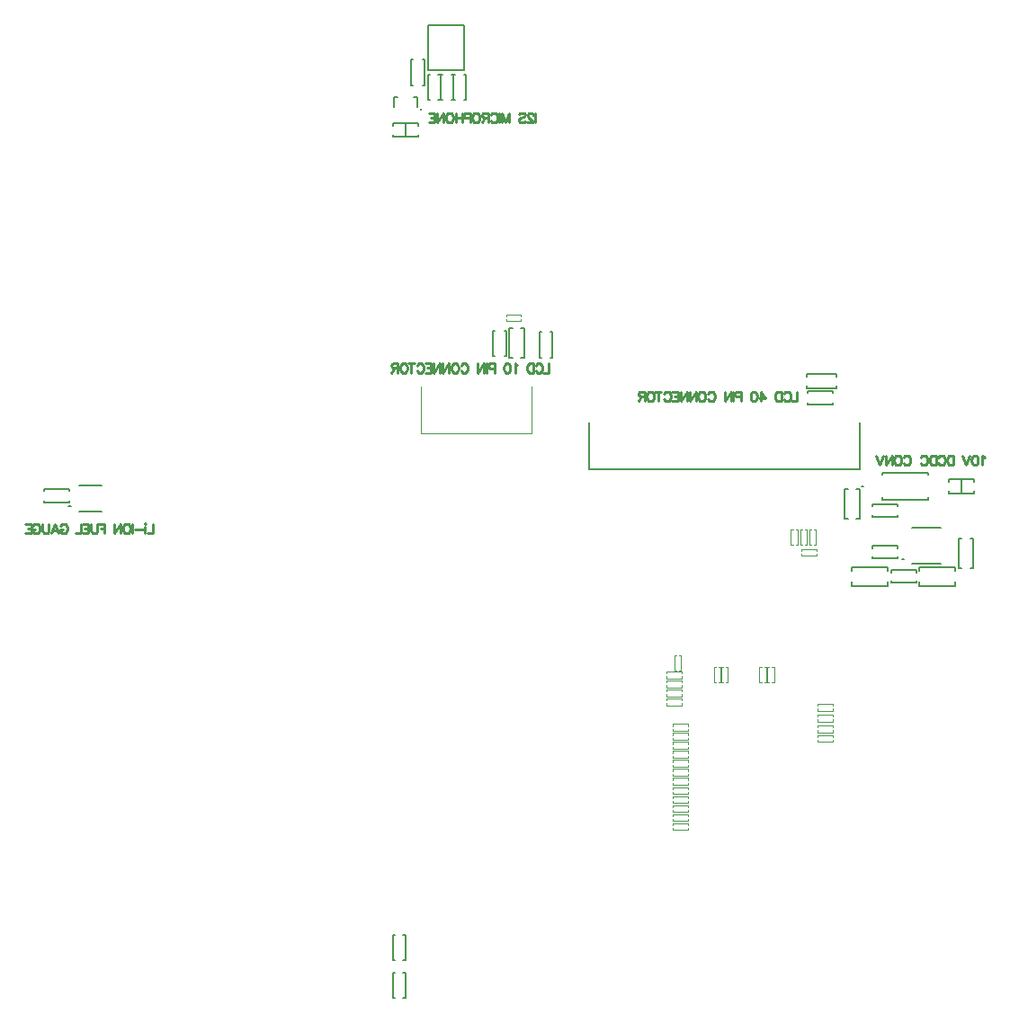
<source format=gbo>
G04*
G04 #@! TF.GenerationSoftware,Altium Limited,Altium Designer,20.2.5 (213)*
G04*
G04 Layer_Color=32896*
%FSLAX25Y25*%
%MOIN*%
G70*
G04*
G04 #@! TF.SameCoordinates,0EDA941F-9717-4D80-9818-445CF3A130AC*
G04*
G04*
G04 #@! TF.FilePolarity,Positive*
G04*
G01*
G75*
%ADD10C,0.00984*%
%ADD11C,0.00787*%
%ADD14C,0.00394*%
%ADD16C,0.00591*%
%ADD17C,0.00500*%
%ADD19C,0.00900*%
D10*
X899612Y887031D02*
D03*
D11*
X1063646Y747500D02*
X1062858D01*
X1063646D01*
X1078614Y720579D02*
X1077827D01*
X1078614D01*
X769858Y739965D02*
X769071D01*
X769858D01*
X1062201Y753709D02*
Y771032D01*
X962083Y753709D02*
X1062201D01*
X962083D02*
Y771032D01*
X1104685Y744744D02*
Y745925D01*
X1095236Y744744D02*
X1104685D01*
X1095236D02*
Y745925D01*
X1099961Y744744D02*
Y750256D01*
X1095236Y749075D02*
Y750256D01*
X1104685D01*
Y749075D02*
Y750256D01*
X889669Y888213D02*
Y891658D01*
X891047D01*
X898331Y888213D02*
Y891658D01*
X896953D02*
X898331D01*
D14*
X998476Y651862D02*
Y652650D01*
X992965D02*
X998476D01*
X992965Y651862D02*
Y652650D01*
Y650091D02*
Y650878D01*
Y650091D02*
X998476D01*
Y650878D01*
Y648520D02*
Y649307D01*
X992965D02*
X998476D01*
X992965Y648520D02*
Y649307D01*
Y646748D02*
Y647535D01*
Y646748D02*
X998476D01*
Y647535D01*
X1038492Y731363D02*
X1039279D01*
Y725851D02*
Y731363D01*
X1038492Y725851D02*
X1039279D01*
X1036720D02*
X1037508D01*
X1036720D02*
Y731363D01*
X1037508D01*
X998476Y628465D02*
Y629252D01*
X992965D02*
X998476D01*
X992965Y628465D02*
Y629252D01*
Y626693D02*
Y627480D01*
Y626693D02*
X998476D01*
Y627480D01*
X993500Y684756D02*
X994287D01*
X993500Y679244D02*
Y684756D01*
Y679244D02*
X994287D01*
X995272D02*
X996059D01*
Y684756D01*
X995272D02*
X996059D01*
X990744Y666193D02*
Y666980D01*
Y666193D02*
X996256D01*
Y666980D01*
Y667965D02*
Y668752D01*
X990744D02*
X996256D01*
X990744Y667965D02*
Y668752D01*
X1040123Y731363D02*
X1040910D01*
X1040123Y725851D02*
Y731363D01*
Y725851D02*
X1040910D01*
X1041894D02*
X1042682D01*
Y731363D01*
X1041894D02*
X1042682D01*
X1045296D02*
X1046084D01*
Y725851D02*
Y731363D01*
X1045296Y725851D02*
X1046084D01*
X1043525D02*
X1044312D01*
X1043525D02*
Y731363D01*
X1044312D01*
X1046256Y721721D02*
Y722508D01*
X1040744Y721721D02*
X1046256D01*
X1040744D02*
Y722508D01*
Y723492D02*
Y724279D01*
X1046256D01*
Y723492D02*
Y724279D01*
X931244Y808720D02*
Y809508D01*
Y808720D02*
X936756D01*
Y809508D01*
Y810492D02*
Y811279D01*
X931244D02*
X936756D01*
X931244Y810492D02*
Y811279D01*
X940532Y767248D02*
Y784571D01*
X899469Y767248D02*
X940532D01*
X899469D02*
Y784571D01*
X1012492Y680375D02*
X1013280D01*
Y674863D02*
Y680375D01*
X1012492Y674863D02*
X1013280D01*
X1010720D02*
X1011508D01*
X1010720D02*
Y680375D01*
X1011508D01*
X1009992D02*
X1010779D01*
Y674863D02*
Y680375D01*
X1009992Y674863D02*
X1010779D01*
X1008220D02*
X1009008D01*
X1008220D02*
Y680375D01*
X1009008D01*
X998476Y656776D02*
Y657563D01*
X992965Y656776D02*
X998476D01*
X992965D02*
Y657563D01*
Y658547D02*
Y659335D01*
X998476D01*
Y658547D02*
Y659335D01*
Y653433D02*
Y654220D01*
X992965Y653433D02*
X998476D01*
X992965D02*
Y654220D01*
Y655205D02*
Y655992D01*
X998476D01*
Y655205D02*
Y655992D01*
X1026789Y680370D02*
X1027576D01*
Y674858D02*
Y680370D01*
X1026789Y674858D02*
X1027576D01*
X1025017D02*
X1025804D01*
X1025017D02*
Y680370D01*
X1025804D01*
X1029750Y680375D02*
X1030537D01*
Y674863D02*
Y680375D01*
X1029750Y674863D02*
X1030537D01*
X1027978D02*
X1028766D01*
X1027978D02*
Y680375D01*
X1028766D01*
X990744Y674650D02*
Y675437D01*
X996256D01*
Y674650D02*
Y675437D01*
Y672878D02*
Y673665D01*
X990744Y672878D02*
X996256D01*
X990744D02*
Y673665D01*
Y671307D02*
Y672094D01*
X996256D01*
Y671307D02*
Y672094D01*
Y669535D02*
Y670323D01*
X990744Y669535D02*
X996256D01*
X990744D02*
Y670323D01*
Y677992D02*
Y678780D01*
X996256D01*
Y677992D02*
Y678780D01*
Y676221D02*
Y677008D01*
X990744Y676221D02*
X996256D01*
X990744D02*
Y677008D01*
X998476Y643405D02*
Y644193D01*
X992965Y643405D02*
X998476D01*
X992965D02*
Y644193D01*
Y645177D02*
Y645965D01*
X998476D01*
Y645177D02*
Y645965D01*
Y630035D02*
Y630823D01*
X992965Y630035D02*
X998476D01*
X992965D02*
Y630823D01*
Y631807D02*
Y632594D01*
X998476D01*
Y631807D02*
Y632594D01*
Y633378D02*
Y634165D01*
X992965Y633378D02*
X998476D01*
X992965D02*
Y634165D01*
Y635150D02*
Y635937D01*
X998476D01*
Y635150D02*
Y635937D01*
Y636721D02*
Y637508D01*
X992965Y636721D02*
X998476D01*
X992965D02*
Y637508D01*
Y638492D02*
Y639280D01*
X998476D01*
Y638492D02*
Y639280D01*
Y640063D02*
Y640850D01*
X992965Y640063D02*
X998476D01*
X992965D02*
Y640850D01*
Y641835D02*
Y642622D01*
X998476D01*
Y641835D02*
Y642622D01*
Y620008D02*
Y620795D01*
X992965Y620008D02*
X998476D01*
X992965D02*
Y620795D01*
Y621779D02*
Y622567D01*
X998476D01*
Y621779D02*
Y622567D01*
Y623350D02*
Y624138D01*
X992965Y623350D02*
X998476D01*
X992965D02*
Y624138D01*
Y625122D02*
Y625910D01*
X998476D01*
Y625122D02*
Y625910D01*
X1046744Y661992D02*
Y662780D01*
X1052256D01*
Y661992D02*
Y662780D01*
Y660220D02*
Y661008D01*
X1046744Y660220D02*
X1052256D01*
X1046744D02*
Y661008D01*
Y657992D02*
Y658779D01*
X1052256D01*
Y657992D02*
Y658779D01*
Y656220D02*
Y657008D01*
X1046744Y656220D02*
X1052256D01*
X1046744D02*
Y657008D01*
Y654492D02*
Y655279D01*
X1052256D01*
Y654492D02*
Y655279D01*
Y652720D02*
Y653508D01*
X1046744Y652720D02*
X1052256D01*
X1046744D02*
Y653508D01*
Y665992D02*
Y666780D01*
X1052256D01*
Y665992D02*
Y666780D01*
Y664221D02*
Y665008D01*
X1046744Y664221D02*
X1052256D01*
X1046744D02*
Y665008D01*
D16*
X947575Y795276D02*
X948362D01*
Y804724D01*
X947575D02*
X948362D01*
X943638D02*
X944425D01*
X943638Y795276D02*
Y804724D01*
Y795276D02*
X944425D01*
X1056744Y746512D02*
X1057925D01*
X1056744Y735488D02*
Y746512D01*
Y735488D02*
X1057925D01*
X1061075D02*
X1062256D01*
Y746512D01*
X1061075D02*
X1062256D01*
X1076224Y736138D02*
Y736925D01*
X1066776Y736138D02*
X1076224D01*
X1066776D02*
Y736925D01*
Y740075D02*
Y740862D01*
X1076224D01*
Y740075D02*
Y740862D01*
X1066776Y724575D02*
Y725362D01*
X1076224D01*
Y724575D02*
Y725362D01*
Y720638D02*
Y721425D01*
X1066776Y720638D02*
X1076224D01*
X1066776D02*
Y721425D01*
X1073776Y715598D02*
Y716386D01*
X1083224D01*
Y715598D02*
Y716386D01*
Y711661D02*
Y712449D01*
X1073776Y711661D02*
X1083224D01*
X1073776D02*
Y712449D01*
X1097693Y710457D02*
Y712032D01*
X1084307Y710457D02*
X1097693D01*
X1084307D02*
Y712032D01*
Y715969D02*
Y717543D01*
X1097693D01*
Y715969D02*
Y717543D01*
X1098917Y717035D02*
X1100098D01*
X1098917D02*
Y728059D01*
X1100098D01*
X1103248D02*
X1104429D01*
Y717035D02*
Y728059D01*
X1103248Y717035D02*
X1104429D01*
X1072693Y710480D02*
Y712055D01*
X1059307Y710480D02*
X1072693D01*
X1059307D02*
Y712055D01*
Y715992D02*
Y717567D01*
X1072693D01*
Y715992D02*
Y717567D01*
X932374Y794988D02*
X933555D01*
X932374D02*
Y806012D01*
X933555D01*
X936705D02*
X937886D01*
Y794988D02*
Y806012D01*
X936705Y794988D02*
X937886D01*
X930630Y795776D02*
X931319D01*
Y805224D01*
X930630D02*
X931319D01*
X926398D02*
X927087D01*
X926398Y795776D02*
Y805224D01*
Y795776D02*
X927087D01*
X759776Y745673D02*
Y746362D01*
X769224D01*
Y745673D02*
Y746362D01*
Y741441D02*
Y742130D01*
X759776Y741441D02*
X769224D01*
X759776D02*
Y742130D01*
X910853Y890776D02*
X911640D01*
Y900224D01*
X910853D02*
X911640D01*
X906916D02*
X907703D01*
X906916Y890776D02*
Y900224D01*
Y890776D02*
X907703D01*
X911638D02*
X912425D01*
X911638D02*
Y900224D01*
X912425D01*
X915575D02*
X916362D01*
Y890776D02*
Y900224D01*
X915575Y890776D02*
X916362D01*
X889138Y581224D02*
X889925D01*
X889138Y571776D02*
Y581224D01*
Y571776D02*
X889925D01*
X893075D02*
X893862D01*
Y581224D01*
X893075D02*
X893862D01*
X893075Y557776D02*
X893862D01*
Y567224D01*
X893075D02*
X893862D01*
X889138D02*
X889925D01*
X889138Y557776D02*
Y567224D01*
Y557776D02*
X889925D01*
X1052252Y777873D02*
Y778562D01*
X1042803Y777873D02*
X1052252D01*
X1042803D02*
Y778562D01*
Y782105D02*
Y782794D01*
X1052252D01*
Y782105D02*
Y782794D01*
X1053512Y788075D02*
Y789256D01*
X1042488D02*
X1053512D01*
X1042488Y788075D02*
Y789256D01*
Y783744D02*
Y784925D01*
Y783744D02*
X1053512D01*
Y784925D01*
X889276Y881272D02*
Y881961D01*
X898724D01*
Y881272D02*
Y881961D01*
Y877039D02*
Y877728D01*
X889276Y877039D02*
X898724D01*
X889276D02*
Y877728D01*
X894000Y877039D02*
Y881961D01*
X900272Y905724D02*
X900961D01*
Y896276D02*
Y905724D01*
X900272Y896276D02*
X900961D01*
X896039D02*
X896728D01*
X896039D02*
Y905724D01*
X896728D01*
X906075Y890776D02*
X906862D01*
Y900224D01*
X906075D02*
X906862D01*
X902138D02*
X902925D01*
X902138Y890776D02*
Y900224D01*
Y890776D02*
X902925D01*
D17*
X1070476Y742461D02*
X1087524D01*
X1070476Y752539D02*
X1087524D01*
Y751713D02*
Y752539D01*
Y742461D02*
Y743287D01*
X1070476Y751713D02*
Y752539D01*
Y742461D02*
Y743287D01*
X1081685Y732213D02*
X1092315D01*
X1081685Y718787D02*
X1092315D01*
X772988Y738173D02*
X781256D01*
X772988Y747661D02*
X781256D01*
X902327Y901795D02*
Y918508D01*
X915673D01*
Y901795D02*
Y918508D01*
X902327Y901795D02*
X915673D01*
D19*
X1108600Y758233D02*
X1108267Y758399D01*
X1107767Y758899D01*
Y755400D01*
X1105034Y758899D02*
X1105534Y758733D01*
X1105867Y758233D01*
X1106034Y757400D01*
Y756900D01*
X1105867Y756067D01*
X1105534Y755567D01*
X1105034Y755400D01*
X1104701D01*
X1104201Y755567D01*
X1103868Y756067D01*
X1103701Y756900D01*
Y757400D01*
X1103868Y758233D01*
X1104201Y758733D01*
X1104701Y758899D01*
X1105034D01*
X1102918D02*
X1101585Y755400D01*
X1100252Y758899D02*
X1101585Y755400D01*
X1097052Y758899D02*
Y755400D01*
Y758899D02*
X1095886D01*
X1095386Y758733D01*
X1095053Y758399D01*
X1094886Y758066D01*
X1094720Y757566D01*
Y756733D01*
X1094886Y756233D01*
X1095053Y755900D01*
X1095386Y755567D01*
X1095886Y755400D01*
X1097052D01*
X1091437Y758066D02*
X1091604Y758399D01*
X1091937Y758733D01*
X1092270Y758899D01*
X1092937D01*
X1093270Y758733D01*
X1093603Y758399D01*
X1093770Y758066D01*
X1093937Y757566D01*
Y756733D01*
X1093770Y756233D01*
X1093603Y755900D01*
X1093270Y755567D01*
X1092937Y755400D01*
X1092270D01*
X1091937Y755567D01*
X1091604Y755900D01*
X1091437Y756233D01*
X1090454Y758899D02*
Y755400D01*
Y758899D02*
X1089287D01*
X1088788Y758733D01*
X1088454Y758399D01*
X1088288Y758066D01*
X1088121Y757566D01*
Y756733D01*
X1088288Y756233D01*
X1088454Y755900D01*
X1088788Y755567D01*
X1089287Y755400D01*
X1090454D01*
X1084838Y758066D02*
X1085005Y758399D01*
X1085338Y758733D01*
X1085672Y758899D01*
X1086338D01*
X1086671Y758733D01*
X1087005Y758399D01*
X1087171Y758066D01*
X1087338Y757566D01*
Y756733D01*
X1087171Y756233D01*
X1087005Y755900D01*
X1086671Y755567D01*
X1086338Y755400D01*
X1085672D01*
X1085338Y755567D01*
X1085005Y755900D01*
X1084838Y756233D01*
X1078606Y758066D02*
X1078773Y758399D01*
X1079106Y758733D01*
X1079440Y758899D01*
X1080106D01*
X1080439Y758733D01*
X1080773Y758399D01*
X1080939Y758066D01*
X1081106Y757566D01*
Y756733D01*
X1080939Y756233D01*
X1080773Y755900D01*
X1080439Y755567D01*
X1080106Y755400D01*
X1079440D01*
X1079106Y755567D01*
X1078773Y755900D01*
X1078606Y756233D01*
X1076624Y758899D02*
X1076957Y758733D01*
X1077290Y758399D01*
X1077457Y758066D01*
X1077623Y757566D01*
Y756733D01*
X1077457Y756233D01*
X1077290Y755900D01*
X1076957Y755567D01*
X1076624Y755400D01*
X1075957D01*
X1075624Y755567D01*
X1075290Y755900D01*
X1075124Y756233D01*
X1074957Y756733D01*
Y757566D01*
X1075124Y758066D01*
X1075290Y758399D01*
X1075624Y758733D01*
X1075957Y758899D01*
X1076624D01*
X1074141D02*
Y755400D01*
Y758899D02*
X1071808Y755400D01*
Y758899D02*
Y755400D01*
X1070841Y758899D02*
X1069508Y755400D01*
X1068175Y758899D02*
X1069508Y755400D01*
X942100Y885899D02*
Y882400D01*
X941200Y885066D02*
Y885233D01*
X941034Y885566D01*
X940867Y885733D01*
X940534Y885899D01*
X939867D01*
X939534Y885733D01*
X939367Y885566D01*
X939201Y885233D01*
Y884900D01*
X939367Y884566D01*
X939701Y884066D01*
X941367Y882400D01*
X939034D01*
X935918Y885399D02*
X936251Y885733D01*
X936751Y885899D01*
X937418D01*
X937918Y885733D01*
X938251Y885399D01*
Y885066D01*
X938084Y884733D01*
X937918Y884566D01*
X937584Y884400D01*
X936584Y884066D01*
X936251Y883900D01*
X936085Y883733D01*
X935918Y883400D01*
Y882900D01*
X936251Y882567D01*
X936751Y882400D01*
X937418D01*
X937918Y882567D01*
X938251Y882900D01*
X932385Y885899D02*
Y882400D01*
Y885899D02*
X931052Y882400D01*
X929719Y885899D02*
X931052Y882400D01*
X929719Y885899D02*
Y882400D01*
X928720Y885899D02*
Y882400D01*
X925487Y885066D02*
X925653Y885399D01*
X925987Y885733D01*
X926320Y885899D01*
X926987D01*
X927320Y885733D01*
X927653Y885399D01*
X927820Y885066D01*
X927986Y884566D01*
Y883733D01*
X927820Y883233D01*
X927653Y882900D01*
X927320Y882567D01*
X926987Y882400D01*
X926320D01*
X925987Y882567D01*
X925653Y882900D01*
X925487Y883233D01*
X924504Y885899D02*
Y882400D01*
Y885899D02*
X923004D01*
X922504Y885733D01*
X922338Y885566D01*
X922171Y885233D01*
Y884900D01*
X922338Y884566D01*
X922504Y884400D01*
X923004Y884233D01*
X924504D01*
X923337D02*
X922171Y882400D01*
X920388Y885899D02*
X920721Y885733D01*
X921054Y885399D01*
X921221Y885066D01*
X921388Y884566D01*
Y883733D01*
X921221Y883233D01*
X921054Y882900D01*
X920721Y882567D01*
X920388Y882400D01*
X919722D01*
X919388Y882567D01*
X919055Y882900D01*
X918888Y883233D01*
X918722Y883733D01*
Y884566D01*
X918888Y885066D01*
X919055Y885399D01*
X919388Y885733D01*
X919722Y885899D01*
X920388D01*
X917905Y884066D02*
X916405D01*
X915906Y884233D01*
X915739Y884400D01*
X915572Y884733D01*
Y885233D01*
X915739Y885566D01*
X915906Y885733D01*
X916405Y885899D01*
X917905D01*
Y882400D01*
X914789Y885899D02*
Y882400D01*
X912456Y885899D02*
Y882400D01*
X914789Y884233D02*
X912456D01*
X910490Y885899D02*
X910823Y885733D01*
X911157Y885399D01*
X911323Y885066D01*
X911490Y884566D01*
Y883733D01*
X911323Y883233D01*
X911157Y882900D01*
X910823Y882567D01*
X910490Y882400D01*
X909824D01*
X909490Y882567D01*
X909157Y882900D01*
X908990Y883233D01*
X908824Y883733D01*
Y884566D01*
X908990Y885066D01*
X909157Y885399D01*
X909490Y885733D01*
X909824Y885899D01*
X910490D01*
X908007D02*
Y882400D01*
Y885899D02*
X905674Y882400D01*
Y885899D02*
Y882400D01*
X902542Y885899D02*
X904708D01*
Y882400D01*
X902542D01*
X904708Y884233D02*
X903375D01*
X800230Y733454D02*
Y729955D01*
X798230D01*
X797514Y733454D02*
X797347Y733288D01*
X797181Y733454D01*
X797347Y733621D01*
X797514Y733454D01*
X797347Y732288D02*
Y729955D01*
X796564Y731455D02*
X793565D01*
X792532Y733454D02*
Y729955D01*
X790799Y733454D02*
X791132Y733288D01*
X791465Y732955D01*
X791632Y732621D01*
X791798Y732121D01*
Y731288D01*
X791632Y730788D01*
X791465Y730455D01*
X791132Y730122D01*
X790799Y729955D01*
X790132D01*
X789799Y730122D01*
X789466Y730455D01*
X789299Y730788D01*
X789132Y731288D01*
Y732121D01*
X789299Y732621D01*
X789466Y732955D01*
X789799Y733288D01*
X790132Y733454D01*
X790799D01*
X788316D02*
Y729955D01*
Y733454D02*
X785983Y729955D01*
Y733454D02*
Y729955D01*
X782267Y733454D02*
Y729955D01*
Y733454D02*
X780101D01*
X782267Y731788D02*
X780934D01*
X779701Y733454D02*
Y730955D01*
X779534Y730455D01*
X779201Y730122D01*
X778701Y729955D01*
X778368D01*
X777868Y730122D01*
X777535Y730455D01*
X777368Y730955D01*
Y733454D01*
X774235D02*
X776402D01*
Y729955D01*
X774235D01*
X776402Y731788D02*
X775069D01*
X773652Y733454D02*
Y729955D01*
X771653D01*
X766021Y732621D02*
X766187Y732955D01*
X766521Y733288D01*
X766854Y733454D01*
X767520D01*
X767853Y733288D01*
X768187Y732955D01*
X768353Y732621D01*
X768520Y732121D01*
Y731288D01*
X768353Y730788D01*
X768187Y730455D01*
X767853Y730122D01*
X767520Y729955D01*
X766854D01*
X766521Y730122D01*
X766187Y730455D01*
X766021Y730788D01*
Y731288D01*
X766854D02*
X766021D01*
X762555Y729955D02*
X763888Y733454D01*
X765221Y729955D01*
X764721Y731121D02*
X763055D01*
X761738Y733454D02*
Y730955D01*
X761572Y730455D01*
X761238Y730122D01*
X760738Y729955D01*
X760405D01*
X759905Y730122D01*
X759572Y730455D01*
X759405Y730955D01*
Y733454D01*
X755939Y732621D02*
X756106Y732955D01*
X756439Y733288D01*
X756773Y733454D01*
X757439D01*
X757772Y733288D01*
X758106Y732955D01*
X758272Y732621D01*
X758439Y732121D01*
Y731288D01*
X758272Y730788D01*
X758106Y730455D01*
X757772Y730122D01*
X757439Y729955D01*
X756773D01*
X756439Y730122D01*
X756106Y730455D01*
X755939Y730788D01*
Y731288D01*
X756773D02*
X755939D01*
X752973Y733454D02*
X755140D01*
Y729955D01*
X752973D01*
X755140Y731788D02*
X753806D01*
X947053Y793037D02*
Y789538D01*
X945053D01*
X942171Y792204D02*
X942337Y792537D01*
X942670Y792871D01*
X943004Y793037D01*
X943670D01*
X944003Y792871D01*
X944337Y792537D01*
X944503Y792204D01*
X944670Y791704D01*
Y790871D01*
X944503Y790371D01*
X944337Y790038D01*
X944003Y789705D01*
X943670Y789538D01*
X943004D01*
X942670Y789705D01*
X942337Y790038D01*
X942171Y790371D01*
X941187Y793037D02*
Y789538D01*
Y793037D02*
X940021D01*
X939521Y792871D01*
X939188Y792537D01*
X939021Y792204D01*
X938855Y791704D01*
Y790871D01*
X939021Y790371D01*
X939188Y790038D01*
X939521Y789705D01*
X940021Y789538D01*
X941187D01*
X935322Y792371D02*
X934989Y792537D01*
X934489Y793037D01*
Y789538D01*
X931756Y793037D02*
X932256Y792871D01*
X932589Y792371D01*
X932756Y791538D01*
Y791038D01*
X932589Y790205D01*
X932256Y789705D01*
X931756Y789538D01*
X931423D01*
X930923Y789705D01*
X930590Y790205D01*
X930423Y791038D01*
Y791538D01*
X930590Y792371D01*
X930923Y792871D01*
X931423Y793037D01*
X931756D01*
X926890Y791205D02*
X925391D01*
X924891Y791371D01*
X924724Y791538D01*
X924558Y791871D01*
Y792371D01*
X924724Y792704D01*
X924891Y792871D01*
X925391Y793037D01*
X926890D01*
Y789538D01*
X923774Y793037D02*
Y789538D01*
X923041Y793037D02*
Y789538D01*
Y793037D02*
X920708Y789538D01*
Y793037D02*
Y789538D01*
X914493Y792204D02*
X914660Y792537D01*
X914993Y792871D01*
X915326Y793037D01*
X915993D01*
X916326Y792871D01*
X916659Y792537D01*
X916826Y792204D01*
X916992Y791704D01*
Y790871D01*
X916826Y790371D01*
X916659Y790038D01*
X916326Y789705D01*
X915993Y789538D01*
X915326D01*
X914993Y789705D01*
X914660Y790038D01*
X914493Y790371D01*
X912510Y793037D02*
X912843Y792871D01*
X913177Y792537D01*
X913343Y792204D01*
X913510Y791704D01*
Y790871D01*
X913343Y790371D01*
X913177Y790038D01*
X912843Y789705D01*
X912510Y789538D01*
X911844D01*
X911510Y789705D01*
X911177Y790038D01*
X911010Y790371D01*
X910844Y790871D01*
Y791704D01*
X911010Y792204D01*
X911177Y792537D01*
X911510Y792871D01*
X911844Y793037D01*
X912510D01*
X910027D02*
Y789538D01*
Y793037D02*
X907695Y789538D01*
Y793037D02*
Y789538D01*
X906728Y793037D02*
Y789538D01*
Y793037D02*
X904395Y789538D01*
Y793037D02*
Y789538D01*
X901263Y793037D02*
X903429D01*
Y789538D01*
X901263D01*
X903429Y791371D02*
X902096D01*
X898180Y792204D02*
X898347Y792537D01*
X898680Y792871D01*
X899013Y793037D01*
X899680D01*
X900013Y792871D01*
X900346Y792537D01*
X900513Y792204D01*
X900679Y791704D01*
Y790871D01*
X900513Y790371D01*
X900346Y790038D01*
X900013Y789705D01*
X899680Y789538D01*
X899013D01*
X898680Y789705D01*
X898347Y790038D01*
X898180Y790371D01*
X896030Y793037D02*
Y789538D01*
X897197Y793037D02*
X894864D01*
X893448D02*
X893781Y792871D01*
X894114Y792537D01*
X894281Y792204D01*
X894447Y791704D01*
Y790871D01*
X894281Y790371D01*
X894114Y790038D01*
X893781Y789705D01*
X893448Y789538D01*
X892781D01*
X892448Y789705D01*
X892115Y790038D01*
X891948Y790371D01*
X891781Y790871D01*
Y791704D01*
X891948Y792204D01*
X892115Y792537D01*
X892448Y792871D01*
X892781Y793037D01*
X893448D01*
X890965D02*
Y789538D01*
Y793037D02*
X889465D01*
X888965Y792871D01*
X888799Y792704D01*
X888632Y792371D01*
Y792038D01*
X888799Y791704D01*
X888965Y791538D01*
X889465Y791371D01*
X890965D01*
X889798D02*
X888632Y789538D01*
X1039100Y782461D02*
Y778962D01*
X1037100D01*
X1034218Y781628D02*
X1034384Y781961D01*
X1034718Y782294D01*
X1035051Y782461D01*
X1035717D01*
X1036051Y782294D01*
X1036384Y781961D01*
X1036551Y781628D01*
X1036717Y781128D01*
Y780295D01*
X1036551Y779795D01*
X1036384Y779462D01*
X1036051Y779128D01*
X1035717Y778962D01*
X1035051D01*
X1034718Y779128D01*
X1034384Y779462D01*
X1034218Y779795D01*
X1033235Y782461D02*
Y778962D01*
Y782461D02*
X1032068D01*
X1031568Y782294D01*
X1031235Y781961D01*
X1031068Y781628D01*
X1030902Y781128D01*
Y780295D01*
X1031068Y779795D01*
X1031235Y779462D01*
X1031568Y779128D01*
X1032068Y778962D01*
X1033235D01*
X1025703Y782461D02*
X1027369Y780128D01*
X1024870D01*
X1025703Y782461D02*
Y778962D01*
X1023253Y782461D02*
X1023753Y782294D01*
X1024086Y781794D01*
X1024253Y780961D01*
Y780461D01*
X1024086Y779628D01*
X1023753Y779128D01*
X1023253Y778962D01*
X1022920D01*
X1022420Y779128D01*
X1022087Y779628D01*
X1021920Y780461D01*
Y780961D01*
X1022087Y781794D01*
X1022420Y782294D01*
X1022920Y782461D01*
X1023253D01*
X1018388Y780628D02*
X1016888D01*
X1016388Y780795D01*
X1016222Y780961D01*
X1016055Y781294D01*
Y781794D01*
X1016222Y782128D01*
X1016388Y782294D01*
X1016888Y782461D01*
X1018388D01*
Y778962D01*
X1015272Y782461D02*
Y778962D01*
X1014539Y782461D02*
Y778962D01*
Y782461D02*
X1012206Y778962D01*
Y782461D02*
Y778962D01*
X1005990Y781628D02*
X1006157Y781961D01*
X1006490Y782294D01*
X1006824Y782461D01*
X1007490D01*
X1007823Y782294D01*
X1008157Y781961D01*
X1008323Y781628D01*
X1008490Y781128D01*
Y780295D01*
X1008323Y779795D01*
X1008157Y779462D01*
X1007823Y779128D01*
X1007490Y778962D01*
X1006824D01*
X1006490Y779128D01*
X1006157Y779462D01*
X1005990Y779795D01*
X1004008Y782461D02*
X1004341Y782294D01*
X1004674Y781961D01*
X1004841Y781628D01*
X1005007Y781128D01*
Y780295D01*
X1004841Y779795D01*
X1004674Y779462D01*
X1004341Y779128D01*
X1004008Y778962D01*
X1003341D01*
X1003008Y779128D01*
X1002674Y779462D01*
X1002508Y779795D01*
X1002341Y780295D01*
Y781128D01*
X1002508Y781628D01*
X1002674Y781961D01*
X1003008Y782294D01*
X1003341Y782461D01*
X1004008D01*
X1001525D02*
Y778962D01*
Y782461D02*
X999192Y778962D01*
Y782461D02*
Y778962D01*
X998225Y782461D02*
Y778962D01*
Y782461D02*
X995893Y778962D01*
Y782461D02*
Y778962D01*
X992760Y782461D02*
X994926D01*
Y778962D01*
X992760D01*
X994926Y780795D02*
X993593D01*
X989677Y781628D02*
X989844Y781961D01*
X990177Y782294D01*
X990510Y782461D01*
X991177D01*
X991510Y782294D01*
X991844Y781961D01*
X992010Y781628D01*
X992177Y781128D01*
Y780295D01*
X992010Y779795D01*
X991844Y779462D01*
X991510Y779128D01*
X991177Y778962D01*
X990510D01*
X990177Y779128D01*
X989844Y779462D01*
X989677Y779795D01*
X987528Y782461D02*
Y778962D01*
X988694Y782461D02*
X986361D01*
X984945D02*
X985278Y782294D01*
X985612Y781961D01*
X985778Y781628D01*
X985945Y781128D01*
Y780295D01*
X985778Y779795D01*
X985612Y779462D01*
X985278Y779128D01*
X984945Y778962D01*
X984278D01*
X983945Y779128D01*
X983612Y779462D01*
X983445Y779795D01*
X983279Y780295D01*
Y781128D01*
X983445Y781628D01*
X983612Y781961D01*
X983945Y782294D01*
X984278Y782461D01*
X984945D01*
X982462D02*
Y778962D01*
Y782461D02*
X980962D01*
X980463Y782294D01*
X980296Y782128D01*
X980129Y781794D01*
Y781461D01*
X980296Y781128D01*
X980463Y780961D01*
X980962Y780795D01*
X982462D01*
X981296D02*
X980129Y778962D01*
M02*

</source>
